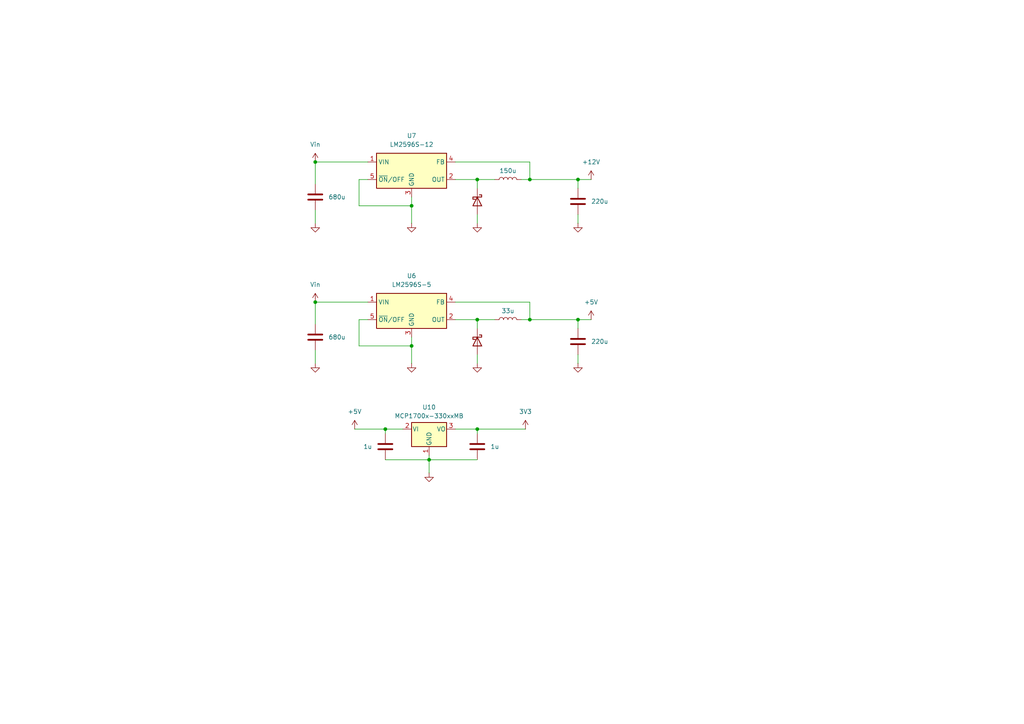
<source format=kicad_sch>
(kicad_sch
	(version 20250114)
	(generator "eeschema")
	(generator_version "9.0")
	(uuid "a95ea655-de4a-477a-ae5d-84d454920055")
	(paper "A4")
	(title_block
		(title "Universal use measuring PCB")
		(company "Author: Kacper Pawlak")
	)
	(lib_symbols
		(symbol "Device:C"
			(pin_numbers
				(hide yes)
			)
			(pin_names
				(offset 0.254)
			)
			(exclude_from_sim no)
			(in_bom yes)
			(on_board yes)
			(property "Reference" "C"
				(at 0.635 2.54 0)
				(effects
					(font
						(size 1.27 1.27)
					)
					(justify left)
				)
			)
			(property "Value" "C"
				(at 0.635 -2.54 0)
				(effects
					(font
						(size 1.27 1.27)
					)
					(justify left)
				)
			)
			(property "Footprint" ""
				(at 0.9652 -3.81 0)
				(effects
					(font
						(size 1.27 1.27)
					)
					(hide yes)
				)
			)
			(property "Datasheet" "~"
				(at 0 0 0)
				(effects
					(font
						(size 1.27 1.27)
					)
					(hide yes)
				)
			)
			(property "Description" "Unpolarized capacitor"
				(at 0 0 0)
				(effects
					(font
						(size 1.27 1.27)
					)
					(hide yes)
				)
			)
			(property "ki_keywords" "cap capacitor"
				(at 0 0 0)
				(effects
					(font
						(size 1.27 1.27)
					)
					(hide yes)
				)
			)
			(property "ki_fp_filters" "C_*"
				(at 0 0 0)
				(effects
					(font
						(size 1.27 1.27)
					)
					(hide yes)
				)
			)
			(symbol "C_0_1"
				(polyline
					(pts
						(xy -2.032 0.762) (xy 2.032 0.762)
					)
					(stroke
						(width 0.508)
						(type default)
					)
					(fill
						(type none)
					)
				)
				(polyline
					(pts
						(xy -2.032 -0.762) (xy 2.032 -0.762)
					)
					(stroke
						(width 0.508)
						(type default)
					)
					(fill
						(type none)
					)
				)
			)
			(symbol "C_1_1"
				(pin passive line
					(at 0 3.81 270)
					(length 2.794)
					(name "~"
						(effects
							(font
								(size 1.27 1.27)
							)
						)
					)
					(number "1"
						(effects
							(font
								(size 1.27 1.27)
							)
						)
					)
				)
				(pin passive line
					(at 0 -3.81 90)
					(length 2.794)
					(name "~"
						(effects
							(font
								(size 1.27 1.27)
							)
						)
					)
					(number "2"
						(effects
							(font
								(size 1.27 1.27)
							)
						)
					)
				)
			)
			(embedded_fonts no)
		)
		(symbol "Device:D_Schottky"
			(pin_numbers
				(hide yes)
			)
			(pin_names
				(offset 1.016)
				(hide yes)
			)
			(exclude_from_sim no)
			(in_bom yes)
			(on_board yes)
			(property "Reference" "D"
				(at 0 2.54 0)
				(effects
					(font
						(size 1.27 1.27)
					)
				)
			)
			(property "Value" "D_Schottky"
				(at 0 -2.54 0)
				(effects
					(font
						(size 1.27 1.27)
					)
				)
			)
			(property "Footprint" ""
				(at 0 0 0)
				(effects
					(font
						(size 1.27 1.27)
					)
					(hide yes)
				)
			)
			(property "Datasheet" "~"
				(at 0 0 0)
				(effects
					(font
						(size 1.27 1.27)
					)
					(hide yes)
				)
			)
			(property "Description" "Schottky diode"
				(at 0 0 0)
				(effects
					(font
						(size 1.27 1.27)
					)
					(hide yes)
				)
			)
			(property "ki_keywords" "diode Schottky"
				(at 0 0 0)
				(effects
					(font
						(size 1.27 1.27)
					)
					(hide yes)
				)
			)
			(property "ki_fp_filters" "TO-???* *_Diode_* *SingleDiode* D_*"
				(at 0 0 0)
				(effects
					(font
						(size 1.27 1.27)
					)
					(hide yes)
				)
			)
			(symbol "D_Schottky_0_1"
				(polyline
					(pts
						(xy -1.905 0.635) (xy -1.905 1.27) (xy -1.27 1.27) (xy -1.27 -1.27) (xy -0.635 -1.27) (xy -0.635 -0.635)
					)
					(stroke
						(width 0.254)
						(type default)
					)
					(fill
						(type none)
					)
				)
				(polyline
					(pts
						(xy 1.27 1.27) (xy 1.27 -1.27) (xy -1.27 0) (xy 1.27 1.27)
					)
					(stroke
						(width 0.254)
						(type default)
					)
					(fill
						(type none)
					)
				)
				(polyline
					(pts
						(xy 1.27 0) (xy -1.27 0)
					)
					(stroke
						(width 0)
						(type default)
					)
					(fill
						(type none)
					)
				)
			)
			(symbol "D_Schottky_1_1"
				(pin passive line
					(at -3.81 0 0)
					(length 2.54)
					(name "K"
						(effects
							(font
								(size 1.27 1.27)
							)
						)
					)
					(number "1"
						(effects
							(font
								(size 1.27 1.27)
							)
						)
					)
				)
				(pin passive line
					(at 3.81 0 180)
					(length 2.54)
					(name "A"
						(effects
							(font
								(size 1.27 1.27)
							)
						)
					)
					(number "2"
						(effects
							(font
								(size 1.27 1.27)
							)
						)
					)
				)
			)
			(embedded_fonts no)
		)
		(symbol "Device:L"
			(pin_numbers
				(hide yes)
			)
			(pin_names
				(offset 1.016)
				(hide yes)
			)
			(exclude_from_sim no)
			(in_bom yes)
			(on_board yes)
			(property "Reference" "L"
				(at -1.27 0 90)
				(effects
					(font
						(size 1.27 1.27)
					)
				)
			)
			(property "Value" "L"
				(at 1.905 0 90)
				(effects
					(font
						(size 1.27 1.27)
					)
				)
			)
			(property "Footprint" ""
				(at 0 0 0)
				(effects
					(font
						(size 1.27 1.27)
					)
					(hide yes)
				)
			)
			(property "Datasheet" "~"
				(at 0 0 0)
				(effects
					(font
						(size 1.27 1.27)
					)
					(hide yes)
				)
			)
			(property "Description" "Inductor"
				(at 0 0 0)
				(effects
					(font
						(size 1.27 1.27)
					)
					(hide yes)
				)
			)
			(property "ki_keywords" "inductor choke coil reactor magnetic"
				(at 0 0 0)
				(effects
					(font
						(size 1.27 1.27)
					)
					(hide yes)
				)
			)
			(property "ki_fp_filters" "Choke_* *Coil* Inductor_* L_*"
				(at 0 0 0)
				(effects
					(font
						(size 1.27 1.27)
					)
					(hide yes)
				)
			)
			(symbol "L_0_1"
				(arc
					(start 0 2.54)
					(mid 0.6323 1.905)
					(end 0 1.27)
					(stroke
						(width 0)
						(type default)
					)
					(fill
						(type none)
					)
				)
				(arc
					(start 0 1.27)
					(mid 0.6323 0.635)
					(end 0 0)
					(stroke
						(width 0)
						(type default)
					)
					(fill
						(type none)
					)
				)
				(arc
					(start 0 0)
					(mid 0.6323 -0.635)
					(end 0 -1.27)
					(stroke
						(width 0)
						(type default)
					)
					(fill
						(type none)
					)
				)
				(arc
					(start 0 -1.27)
					(mid 0.6323 -1.905)
					(end 0 -2.54)
					(stroke
						(width 0)
						(type default)
					)
					(fill
						(type none)
					)
				)
			)
			(symbol "L_1_1"
				(pin passive line
					(at 0 3.81 270)
					(length 1.27)
					(name "1"
						(effects
							(font
								(size 1.27 1.27)
							)
						)
					)
					(number "1"
						(effects
							(font
								(size 1.27 1.27)
							)
						)
					)
				)
				(pin passive line
					(at 0 -3.81 90)
					(length 1.27)
					(name "2"
						(effects
							(font
								(size 1.27 1.27)
							)
						)
					)
					(number "2"
						(effects
							(font
								(size 1.27 1.27)
							)
						)
					)
				)
			)
			(embedded_fonts no)
		)
		(symbol "Regulator_Linear:MCP1700x-330xxMB"
			(pin_names
				(offset 0.254)
			)
			(exclude_from_sim no)
			(in_bom yes)
			(on_board yes)
			(property "Reference" "U"
				(at -3.81 3.175 0)
				(effects
					(font
						(size 1.27 1.27)
					)
				)
			)
			(property "Value" "MCP1700x-330xxMB"
				(at 0 3.175 0)
				(effects
					(font
						(size 1.27 1.27)
					)
					(justify left)
				)
			)
			(property "Footprint" "Package_TO_SOT_SMD:SOT-89-3"
				(at 0 5.08 0)
				(effects
					(font
						(size 1.27 1.27)
					)
					(hide yes)
				)
			)
			(property "Datasheet" "http://ww1.microchip.com/downloads/en/DeviceDoc/20001826D.pdf"
				(at 0 -1.27 0)
				(effects
					(font
						(size 1.27 1.27)
					)
					(hide yes)
				)
			)
			(property "Description" "250mA Low Quiscent Current LDO, 3.3V output, SOT-89"
				(at 0 0 0)
				(effects
					(font
						(size 1.27 1.27)
					)
					(hide yes)
				)
			)
			(property "ki_keywords" "regulator linear ldo"
				(at 0 0 0)
				(effects
					(font
						(size 1.27 1.27)
					)
					(hide yes)
				)
			)
			(property "ki_fp_filters" "SOT?89*"
				(at 0 0 0)
				(effects
					(font
						(size 1.27 1.27)
					)
					(hide yes)
				)
			)
			(symbol "MCP1700x-330xxMB_0_1"
				(rectangle
					(start -5.08 -5.08)
					(end 5.08 1.905)
					(stroke
						(width 0.254)
						(type default)
					)
					(fill
						(type background)
					)
				)
			)
			(symbol "MCP1700x-330xxMB_1_1"
				(pin power_in line
					(at -7.62 0 0)
					(length 2.54)
					(name "VI"
						(effects
							(font
								(size 1.27 1.27)
							)
						)
					)
					(number "2"
						(effects
							(font
								(size 1.27 1.27)
							)
						)
					)
				)
				(pin power_in line
					(at 0 -7.62 90)
					(length 2.54)
					(name "GND"
						(effects
							(font
								(size 1.27 1.27)
							)
						)
					)
					(number "1"
						(effects
							(font
								(size 1.27 1.27)
							)
						)
					)
				)
				(pin power_out line
					(at 7.62 0 180)
					(length 2.54)
					(name "VO"
						(effects
							(font
								(size 1.27 1.27)
							)
						)
					)
					(number "3"
						(effects
							(font
								(size 1.27 1.27)
							)
						)
					)
				)
			)
			(embedded_fonts no)
		)
		(symbol "Regulator_Switching:LM2596S-12"
			(exclude_from_sim no)
			(in_bom yes)
			(on_board yes)
			(property "Reference" "U"
				(at -10.16 6.35 0)
				(effects
					(font
						(size 1.27 1.27)
					)
					(justify left)
				)
			)
			(property "Value" "LM2596S-12"
				(at 0 6.35 0)
				(effects
					(font
						(size 1.27 1.27)
					)
					(justify left)
				)
			)
			(property "Footprint" "Package_TO_SOT_SMD:TO-263-5_TabPin3"
				(at 1.27 -6.35 0)
				(effects
					(font
						(size 1.27 1.27)
						(italic yes)
					)
					(justify left)
					(hide yes)
				)
			)
			(property "Datasheet" "http://www.ti.com/lit/ds/symlink/lm2596.pdf"
				(at 0 0 0)
				(effects
					(font
						(size 1.27 1.27)
					)
					(hide yes)
				)
			)
			(property "Description" "12V 3A Step-Down Voltage Regulator, TO-263"
				(at 0 0 0)
				(effects
					(font
						(size 1.27 1.27)
					)
					(hide yes)
				)
			)
			(property "ki_keywords" "Step-Down Voltage Regulator 12V 3A"
				(at 0 0 0)
				(effects
					(font
						(size 1.27 1.27)
					)
					(hide yes)
				)
			)
			(property "ki_fp_filters" "TO?263*"
				(at 0 0 0)
				(effects
					(font
						(size 1.27 1.27)
					)
					(hide yes)
				)
			)
			(symbol "LM2596S-12_0_1"
				(rectangle
					(start -10.16 5.08)
					(end 10.16 -5.08)
					(stroke
						(width 0.254)
						(type default)
					)
					(fill
						(type background)
					)
				)
			)
			(symbol "LM2596S-12_1_1"
				(pin power_in line
					(at -12.7 2.54 0)
					(length 2.54)
					(name "VIN"
						(effects
							(font
								(size 1.27 1.27)
							)
						)
					)
					(number "1"
						(effects
							(font
								(size 1.27 1.27)
							)
						)
					)
				)
				(pin input line
					(at -12.7 -2.54 0)
					(length 2.54)
					(name "~{ON}/OFF"
						(effects
							(font
								(size 1.27 1.27)
							)
						)
					)
					(number "5"
						(effects
							(font
								(size 1.27 1.27)
							)
						)
					)
				)
				(pin power_in line
					(at 0 -7.62 90)
					(length 2.54)
					(name "GND"
						(effects
							(font
								(size 1.27 1.27)
							)
						)
					)
					(number "3"
						(effects
							(font
								(size 1.27 1.27)
							)
						)
					)
				)
				(pin input line
					(at 12.7 2.54 180)
					(length 2.54)
					(name "FB"
						(effects
							(font
								(size 1.27 1.27)
							)
						)
					)
					(number "4"
						(effects
							(font
								(size 1.27 1.27)
							)
						)
					)
				)
				(pin output line
					(at 12.7 -2.54 180)
					(length 2.54)
					(name "OUT"
						(effects
							(font
								(size 1.27 1.27)
							)
						)
					)
					(number "2"
						(effects
							(font
								(size 1.27 1.27)
							)
						)
					)
				)
			)
			(embedded_fonts no)
		)
		(symbol "Regulator_Switching:LM2596S-5"
			(exclude_from_sim no)
			(in_bom yes)
			(on_board yes)
			(property "Reference" "U"
				(at -10.16 6.35 0)
				(effects
					(font
						(size 1.27 1.27)
					)
					(justify left)
				)
			)
			(property "Value" "LM2596S-5"
				(at 0 6.35 0)
				(effects
					(font
						(size 1.27 1.27)
					)
					(justify left)
				)
			)
			(property "Footprint" "Package_TO_SOT_SMD:TO-263-5_TabPin3"
				(at 1.27 -6.35 0)
				(effects
					(font
						(size 1.27 1.27)
						(italic yes)
					)
					(justify left)
					(hide yes)
				)
			)
			(property "Datasheet" "http://www.ti.com/lit/ds/symlink/lm2596.pdf"
				(at 0 0 0)
				(effects
					(font
						(size 1.27 1.27)
					)
					(hide yes)
				)
			)
			(property "Description" "5V 3A Step-Down Voltage Regulator, TO-263"
				(at 0 0 0)
				(effects
					(font
						(size 1.27 1.27)
					)
					(hide yes)
				)
			)
			(property "ki_keywords" "Step-Down Voltage Regulator 5V 3A"
				(at 0 0 0)
				(effects
					(font
						(size 1.27 1.27)
					)
					(hide yes)
				)
			)
			(property "ki_fp_filters" "TO?263*"
				(at 0 0 0)
				(effects
					(font
						(size 1.27 1.27)
					)
					(hide yes)
				)
			)
			(symbol "LM2596S-5_0_1"
				(rectangle
					(start -10.16 5.08)
					(end 10.16 -5.08)
					(stroke
						(width 0.254)
						(type default)
					)
					(fill
						(type background)
					)
				)
			)
			(symbol "LM2596S-5_1_1"
				(pin power_in line
					(at -12.7 2.54 0)
					(length 2.54)
					(name "VIN"
						(effects
							(font
								(size 1.27 1.27)
							)
						)
					)
					(number "1"
						(effects
							(font
								(size 1.27 1.27)
							)
						)
					)
				)
				(pin input line
					(at -12.7 -2.54 0)
					(length 2.54)
					(name "~{ON}/OFF"
						(effects
							(font
								(size 1.27 1.27)
							)
						)
					)
					(number "5"
						(effects
							(font
								(size 1.27 1.27)
							)
						)
					)
				)
				(pin power_in line
					(at 0 -7.62 90)
					(length 2.54)
					(name "GND"
						(effects
							(font
								(size 1.27 1.27)
							)
						)
					)
					(number "3"
						(effects
							(font
								(size 1.27 1.27)
							)
						)
					)
				)
				(pin input line
					(at 12.7 2.54 180)
					(length 2.54)
					(name "FB"
						(effects
							(font
								(size 1.27 1.27)
							)
						)
					)
					(number "4"
						(effects
							(font
								(size 1.27 1.27)
							)
						)
					)
				)
				(pin output line
					(at 12.7 -2.54 180)
					(length 2.54)
					(name "OUT"
						(effects
							(font
								(size 1.27 1.27)
							)
						)
					)
					(number "2"
						(effects
							(font
								(size 1.27 1.27)
							)
						)
					)
				)
			)
			(embedded_fonts no)
		)
		(symbol "power:+5V"
			(power)
			(pin_numbers
				(hide yes)
			)
			(pin_names
				(offset 0)
				(hide yes)
			)
			(exclude_from_sim no)
			(in_bom yes)
			(on_board yes)
			(property "Reference" "#PWR"
				(at 0 -3.81 0)
				(effects
					(font
						(size 1.27 1.27)
					)
					(hide yes)
				)
			)
			(property "Value" "+5V"
				(at 0 3.556 0)
				(effects
					(font
						(size 1.27 1.27)
					)
				)
			)
			(property "Footprint" ""
				(at 0 0 0)
				(effects
					(font
						(size 1.27 1.27)
					)
					(hide yes)
				)
			)
			(property "Datasheet" ""
				(at 0 0 0)
				(effects
					(font
						(size 1.27 1.27)
					)
					(hide yes)
				)
			)
			(property "Description" "Power symbol creates a global label with name \"+5V\""
				(at 0 0 0)
				(effects
					(font
						(size 1.27 1.27)
					)
					(hide yes)
				)
			)
			(property "ki_keywords" "global power"
				(at 0 0 0)
				(effects
					(font
						(size 1.27 1.27)
					)
					(hide yes)
				)
			)
			(symbol "+5V_0_1"
				(polyline
					(pts
						(xy -0.762 1.27) (xy 0 2.54)
					)
					(stroke
						(width 0)
						(type default)
					)
					(fill
						(type none)
					)
				)
				(polyline
					(pts
						(xy 0 2.54) (xy 0.762 1.27)
					)
					(stroke
						(width 0)
						(type default)
					)
					(fill
						(type none)
					)
				)
				(polyline
					(pts
						(xy 0 0) (xy 0 2.54)
					)
					(stroke
						(width 0)
						(type default)
					)
					(fill
						(type none)
					)
				)
			)
			(symbol "+5V_1_1"
				(pin power_in line
					(at 0 0 90)
					(length 0)
					(name "~"
						(effects
							(font
								(size 1.27 1.27)
							)
						)
					)
					(number "1"
						(effects
							(font
								(size 1.27 1.27)
							)
						)
					)
				)
			)
			(embedded_fonts no)
		)
		(symbol "power:GND"
			(power)
			(pin_numbers
				(hide yes)
			)
			(pin_names
				(offset 0)
				(hide yes)
			)
			(exclude_from_sim no)
			(in_bom yes)
			(on_board yes)
			(property "Reference" "#PWR"
				(at 0 -6.35 0)
				(effects
					(font
						(size 1.27 1.27)
					)
					(hide yes)
				)
			)
			(property "Value" "GND"
				(at 0 -3.81 0)
				(effects
					(font
						(size 1.27 1.27)
					)
				)
			)
			(property "Footprint" ""
				(at 0 0 0)
				(effects
					(font
						(size 1.27 1.27)
					)
					(hide yes)
				)
			)
			(property "Datasheet" ""
				(at 0 0 0)
				(effects
					(font
						(size 1.27 1.27)
					)
					(hide yes)
				)
			)
			(property "Description" "Power symbol creates a global label with name \"GND\" , ground"
				(at 0 0 0)
				(effects
					(font
						(size 1.27 1.27)
					)
					(hide yes)
				)
			)
			(property "ki_keywords" "global power"
				(at 0 0 0)
				(effects
					(font
						(size 1.27 1.27)
					)
					(hide yes)
				)
			)
			(symbol "GND_0_1"
				(polyline
					(pts
						(xy 0 0) (xy 0 -1.27) (xy 1.27 -1.27) (xy 0 -2.54) (xy -1.27 -1.27) (xy 0 -1.27)
					)
					(stroke
						(width 0)
						(type default)
					)
					(fill
						(type none)
					)
				)
			)
			(symbol "GND_1_1"
				(pin power_in line
					(at 0 0 270)
					(length 0)
					(name "~"
						(effects
							(font
								(size 1.27 1.27)
							)
						)
					)
					(number "1"
						(effects
							(font
								(size 1.27 1.27)
							)
						)
					)
				)
			)
			(embedded_fonts no)
		)
	)
	(junction
		(at 153.67 92.71)
		(diameter 0)
		(color 0 0 0 0)
		(uuid "217ad685-f39e-4b89-9565-d51ecc7cc871")
	)
	(junction
		(at 119.38 59.69)
		(diameter 0)
		(color 0 0 0 0)
		(uuid "33d34eea-0924-4c96-b1f3-ddd4ae1afa32")
	)
	(junction
		(at 167.64 92.71)
		(diameter 0)
		(color 0 0 0 0)
		(uuid "353c7262-7ef3-4a21-b030-8246eb6930ec")
	)
	(junction
		(at 91.44 46.99)
		(diameter 0)
		(color 0 0 0 0)
		(uuid "4487a14b-164f-47b0-a6a0-d27165a4575d")
	)
	(junction
		(at 138.43 92.71)
		(diameter 0)
		(color 0 0 0 0)
		(uuid "49387497-6884-4f29-81db-64cde8b8d896")
	)
	(junction
		(at 167.64 52.07)
		(diameter 0)
		(color 0 0 0 0)
		(uuid "6a11cd0e-3628-498f-95b4-66d8115e796a")
	)
	(junction
		(at 138.43 124.46)
		(diameter 0)
		(color 0 0 0 0)
		(uuid "6a60e56c-f691-435c-a0b7-d594594ff161")
	)
	(junction
		(at 91.44 87.63)
		(diameter 0)
		(color 0 0 0 0)
		(uuid "78976d86-2546-4066-b9ae-61a23e1e3a6c")
	)
	(junction
		(at 119.38 100.33)
		(diameter 0)
		(color 0 0 0 0)
		(uuid "7c334713-72d4-4290-89c4-c8c796b3f5c4")
	)
	(junction
		(at 111.76 124.46)
		(diameter 0)
		(color 0 0 0 0)
		(uuid "b299f61e-4815-4e2a-b292-cbeeff96c06e")
	)
	(junction
		(at 138.43 52.07)
		(diameter 0)
		(color 0 0 0 0)
		(uuid "be79a12c-c6ae-43b9-9395-fccd22ea7419")
	)
	(junction
		(at 124.46 133.35)
		(diameter 0)
		(color 0 0 0 0)
		(uuid "e07886f7-3054-4e9e-8819-26e270a76596")
	)
	(junction
		(at 153.67 52.07)
		(diameter 0)
		(color 0 0 0 0)
		(uuid "e3c57dff-ea0e-4fed-bff4-e79be51c7191")
	)
	(wire
		(pts
			(xy 167.64 52.07) (xy 167.64 54.61)
		)
		(stroke
			(width 0)
			(type default)
		)
		(uuid "0049d900-b04f-4686-ae94-5656775c51e0")
	)
	(wire
		(pts
			(xy 153.67 52.07) (xy 167.64 52.07)
		)
		(stroke
			(width 0)
			(type default)
		)
		(uuid "050a4b35-7d95-4aa9-9e1a-a0cbacd34275")
	)
	(wire
		(pts
			(xy 138.43 62.23) (xy 138.43 64.77)
		)
		(stroke
			(width 0)
			(type default)
		)
		(uuid "0857d152-a06f-4266-b75b-32c6ed6d13fb")
	)
	(wire
		(pts
			(xy 153.67 87.63) (xy 153.67 92.71)
		)
		(stroke
			(width 0)
			(type default)
		)
		(uuid "11f495b8-5a32-4f82-8b2f-a5e39aa556e8")
	)
	(wire
		(pts
			(xy 124.46 133.35) (xy 124.46 137.16)
		)
		(stroke
			(width 0)
			(type default)
		)
		(uuid "13214119-cbd7-4920-8e81-fc95fe75f2c6")
	)
	(wire
		(pts
			(xy 167.64 92.71) (xy 167.64 95.25)
		)
		(stroke
			(width 0)
			(type default)
		)
		(uuid "132e54c4-f731-4a2e-84cf-ce0064639855")
	)
	(wire
		(pts
			(xy 138.43 124.46) (xy 138.43 125.73)
		)
		(stroke
			(width 0)
			(type default)
		)
		(uuid "18c9f410-07f7-42d4-a012-61d9fcbfafbd")
	)
	(wire
		(pts
			(xy 132.08 124.46) (xy 138.43 124.46)
		)
		(stroke
			(width 0)
			(type default)
		)
		(uuid "19465bd6-2d68-4bfc-80af-28cffa89547c")
	)
	(wire
		(pts
			(xy 106.68 87.63) (xy 91.44 87.63)
		)
		(stroke
			(width 0)
			(type default)
		)
		(uuid "19a9509c-9922-4d47-a9ec-a521cd853c37")
	)
	(wire
		(pts
			(xy 132.08 52.07) (xy 138.43 52.07)
		)
		(stroke
			(width 0)
			(type default)
		)
		(uuid "1bbda5d8-7711-4e5e-ba3e-ba2a0ad15367")
	)
	(wire
		(pts
			(xy 106.68 46.99) (xy 91.44 46.99)
		)
		(stroke
			(width 0)
			(type default)
		)
		(uuid "204f8655-179b-46ce-94ad-961c4b8afc78")
	)
	(wire
		(pts
			(xy 138.43 52.07) (xy 143.51 52.07)
		)
		(stroke
			(width 0)
			(type default)
		)
		(uuid "2630ba07-d441-48fd-98d9-f731ada1ae68")
	)
	(wire
		(pts
			(xy 167.64 102.87) (xy 167.64 105.41)
		)
		(stroke
			(width 0)
			(type default)
		)
		(uuid "301bb5f1-d0db-4245-8363-4d97fa8609f8")
	)
	(wire
		(pts
			(xy 111.76 125.73) (xy 111.76 124.46)
		)
		(stroke
			(width 0)
			(type default)
		)
		(uuid "3703e4e7-536e-4c0b-8867-5f46af2d7e5c")
	)
	(wire
		(pts
			(xy 91.44 101.6) (xy 91.44 105.41)
		)
		(stroke
			(width 0)
			(type default)
		)
		(uuid "3e01f197-f47a-4236-9b79-523a5bc92d0f")
	)
	(wire
		(pts
			(xy 138.43 92.71) (xy 138.43 95.25)
		)
		(stroke
			(width 0)
			(type default)
		)
		(uuid "3fecf608-6b98-494c-a916-4bddbd670f78")
	)
	(wire
		(pts
			(xy 119.38 100.33) (xy 119.38 105.41)
		)
		(stroke
			(width 0)
			(type default)
		)
		(uuid "46da40af-c0ef-4e62-86dd-12a622e06744")
	)
	(wire
		(pts
			(xy 167.64 52.07) (xy 171.45 52.07)
		)
		(stroke
			(width 0)
			(type default)
		)
		(uuid "5450f626-5f9b-40c6-a604-a4edf699af80")
	)
	(wire
		(pts
			(xy 132.08 87.63) (xy 153.67 87.63)
		)
		(stroke
			(width 0)
			(type default)
		)
		(uuid "549bdd06-de73-4b4e-a6eb-ffdae5d77ba0")
	)
	(wire
		(pts
			(xy 138.43 52.07) (xy 138.43 54.61)
		)
		(stroke
			(width 0)
			(type default)
		)
		(uuid "563224cd-3f4a-4bd8-983e-7201443d6944")
	)
	(wire
		(pts
			(xy 119.38 97.79) (xy 119.38 100.33)
		)
		(stroke
			(width 0)
			(type default)
		)
		(uuid "5a6d4889-671e-4172-aa23-23c0d0b1203c")
	)
	(wire
		(pts
			(xy 138.43 124.46) (xy 152.4 124.46)
		)
		(stroke
			(width 0)
			(type default)
		)
		(uuid "666e01af-0628-43e4-9963-98400774af2d")
	)
	(wire
		(pts
			(xy 119.38 59.69) (xy 119.38 64.77)
		)
		(stroke
			(width 0)
			(type default)
		)
		(uuid "6ecdcb81-0767-4511-b9fc-878b56c7bc16")
	)
	(wire
		(pts
			(xy 153.67 92.71) (xy 167.64 92.71)
		)
		(stroke
			(width 0)
			(type default)
		)
		(uuid "73951c51-d8bd-4c50-8e28-d57fb6ecb418")
	)
	(wire
		(pts
			(xy 104.14 100.33) (xy 119.38 100.33)
		)
		(stroke
			(width 0)
			(type default)
		)
		(uuid "7b71d9b1-652b-43a8-892b-13ff050a1442")
	)
	(wire
		(pts
			(xy 167.64 62.23) (xy 167.64 64.77)
		)
		(stroke
			(width 0)
			(type default)
		)
		(uuid "7f58f33d-c332-4cbb-9eb3-9cd440430201")
	)
	(wire
		(pts
			(xy 91.44 60.96) (xy 91.44 64.77)
		)
		(stroke
			(width 0)
			(type default)
		)
		(uuid "8d406442-f1ef-4c18-9d39-43137e46e5c5")
	)
	(wire
		(pts
			(xy 104.14 52.07) (xy 104.14 59.69)
		)
		(stroke
			(width 0)
			(type default)
		)
		(uuid "906d9f97-848c-4004-83da-896099e710f0")
	)
	(wire
		(pts
			(xy 153.67 46.99) (xy 153.67 52.07)
		)
		(stroke
			(width 0)
			(type default)
		)
		(uuid "933c6567-d3c0-46a6-88ec-7bfbbe69b083")
	)
	(wire
		(pts
			(xy 153.67 52.07) (xy 151.13 52.07)
		)
		(stroke
			(width 0)
			(type default)
		)
		(uuid "9d0ba88c-9f32-44a2-971c-9e44ec200baf")
	)
	(wire
		(pts
			(xy 132.08 46.99) (xy 153.67 46.99)
		)
		(stroke
			(width 0)
			(type default)
		)
		(uuid "9eb664de-c604-43d2-af30-9b01427cef3b")
	)
	(wire
		(pts
			(xy 119.38 57.15) (xy 119.38 59.69)
		)
		(stroke
			(width 0)
			(type default)
		)
		(uuid "a099acb2-800f-4e1a-a8de-4c34b3dff9dd")
	)
	(wire
		(pts
			(xy 124.46 132.08) (xy 124.46 133.35)
		)
		(stroke
			(width 0)
			(type default)
		)
		(uuid "a2d9e175-eb2a-410c-9f12-36077f26da99")
	)
	(wire
		(pts
			(xy 106.68 52.07) (xy 104.14 52.07)
		)
		(stroke
			(width 0)
			(type default)
		)
		(uuid "a39826b3-f31d-4c2d-9c1c-870b378324b4")
	)
	(wire
		(pts
			(xy 132.08 92.71) (xy 138.43 92.71)
		)
		(stroke
			(width 0)
			(type default)
		)
		(uuid "aa666151-be1f-443c-951d-fa69f0c35c6f")
	)
	(wire
		(pts
			(xy 138.43 92.71) (xy 143.51 92.71)
		)
		(stroke
			(width 0)
			(type default)
		)
		(uuid "acc9d641-e36b-450d-a65b-f4f2a7ae978d")
	)
	(wire
		(pts
			(xy 102.87 124.46) (xy 111.76 124.46)
		)
		(stroke
			(width 0)
			(type default)
		)
		(uuid "b58545ef-f23b-4fdb-bb80-24ce04e0dadf")
	)
	(wire
		(pts
			(xy 91.44 87.63) (xy 91.44 93.98)
		)
		(stroke
			(width 0)
			(type default)
		)
		(uuid "b6cd8586-f5ff-42b6-8023-cd87e35b95cb")
	)
	(wire
		(pts
			(xy 111.76 124.46) (xy 116.84 124.46)
		)
		(stroke
			(width 0)
			(type default)
		)
		(uuid "bad5b2ac-86fa-4d57-8bf5-5ffb225a2d25")
	)
	(wire
		(pts
			(xy 138.43 102.87) (xy 138.43 105.41)
		)
		(stroke
			(width 0)
			(type default)
		)
		(uuid "bd3a64e5-7808-4395-9fed-871ea6e53506")
	)
	(wire
		(pts
			(xy 124.46 133.35) (xy 138.43 133.35)
		)
		(stroke
			(width 0)
			(type default)
		)
		(uuid "c74ee594-93bc-4a85-bac2-ef3bb5fb9ca3")
	)
	(wire
		(pts
			(xy 104.14 92.71) (xy 104.14 100.33)
		)
		(stroke
			(width 0)
			(type default)
		)
		(uuid "cb49af28-af6d-4d94-9f52-4a34ab25a549")
	)
	(wire
		(pts
			(xy 106.68 92.71) (xy 104.14 92.71)
		)
		(stroke
			(width 0)
			(type default)
		)
		(uuid "cf95ae0a-131b-44b7-b020-e721521a1be4")
	)
	(wire
		(pts
			(xy 153.67 92.71) (xy 151.13 92.71)
		)
		(stroke
			(width 0)
			(type default)
		)
		(uuid "d58f3e26-e8e8-4df2-babc-3260399d3714")
	)
	(wire
		(pts
			(xy 167.64 92.71) (xy 171.45 92.71)
		)
		(stroke
			(width 0)
			(type default)
		)
		(uuid "e8f38f6e-4a3e-4e69-b106-2d22032520cd")
	)
	(wire
		(pts
			(xy 91.44 46.99) (xy 91.44 53.34)
		)
		(stroke
			(width 0)
			(type default)
		)
		(uuid "eb6e269b-cf4c-486d-ab2d-b5aec107285a")
	)
	(wire
		(pts
			(xy 104.14 59.69) (xy 119.38 59.69)
		)
		(stroke
			(width 0)
			(type default)
		)
		(uuid "f16c55ec-feff-40e4-b3c1-06e8ceaf3e5d")
	)
	(wire
		(pts
			(xy 111.76 133.35) (xy 124.46 133.35)
		)
		(stroke
			(width 0)
			(type default)
		)
		(uuid "fd56efc5-3ed8-40f8-9992-21784e2154ee")
	)
	(symbol
		(lib_id "power:+5V")
		(at 152.4 124.46 0)
		(unit 1)
		(exclude_from_sim no)
		(in_bom yes)
		(on_board yes)
		(dnp no)
		(fields_autoplaced yes)
		(uuid "0275fe8e-6626-4bd9-8e7b-a5ff4c549377")
		(property "Reference" "#PWR079"
			(at 152.4 128.27 0)
			(effects
				(font
					(size 1.27 1.27)
				)
				(hide yes)
			)
		)
		(property "Value" "3V3"
			(at 152.4 119.38 0)
			(effects
				(font
					(size 1.27 1.27)
				)
			)
		)
		(property "Footprint" ""
			(at 152.4 124.46 0)
			(effects
				(font
					(size 1.27 1.27)
				)
				(hide yes)
			)
		)
		(property "Datasheet" ""
			(at 152.4 124.46 0)
			(effects
				(font
					(size 1.27 1.27)
				)
				(hide yes)
			)
		)
		(property "Description" "Power symbol creates a global label with name \"+5V\""
			(at 152.4 124.46 0)
			(effects
				(font
					(size 1.27 1.27)
				)
				(hide yes)
			)
		)
		(pin "1"
			(uuid "6d9dbf67-6697-42cc-8f58-2cbf8ce6c32d")
		)
		(instances
			(project "upp_simple"
				(path "/b652b05a-4e3d-4ad1-b032-18886abe7d45/d6d0b9a5-d6bd-4532-a3f2-84b92b0fd444"
					(reference "#PWR079")
					(unit 1)
				)
			)
		)
	)
	(symbol
		(lib_id "power:+5V")
		(at 91.44 87.63 0)
		(unit 1)
		(exclude_from_sim no)
		(in_bom yes)
		(on_board yes)
		(dnp no)
		(fields_autoplaced yes)
		(uuid "0f2d51b1-74c9-4e7a-8973-34ce4e0a4c58")
		(property "Reference" "#PWR077"
			(at 91.44 91.44 0)
			(effects
				(font
					(size 1.27 1.27)
				)
				(hide yes)
			)
		)
		(property "Value" "Vin"
			(at 91.44 82.55 0)
			(effects
				(font
					(size 1.27 1.27)
				)
			)
		)
		(property "Footprint" ""
			(at 91.44 87.63 0)
			(effects
				(font
					(size 1.27 1.27)
				)
				(hide yes)
			)
		)
		(property "Datasheet" ""
			(at 91.44 87.63 0)
			(effects
				(font
					(size 1.27 1.27)
				)
				(hide yes)
			)
		)
		(property "Description" "Power symbol creates a global label with name \"+5V\""
			(at 91.44 87.63 0)
			(effects
				(font
					(size 1.27 1.27)
				)
				(hide yes)
			)
		)
		(pin "1"
			(uuid "59b63ed7-0d8c-4ba5-92e3-6d0bf1ae3c6a")
		)
		(instances
			(project "upp_simple"
				(path "/b652b05a-4e3d-4ad1-b032-18886abe7d45/d6d0b9a5-d6bd-4532-a3f2-84b92b0fd444"
					(reference "#PWR077")
					(unit 1)
				)
			)
		)
	)
	(symbol
		(lib_id "Device:C")
		(at 138.43 129.54 0)
		(unit 1)
		(exclude_from_sim no)
		(in_bom yes)
		(on_board yes)
		(dnp no)
		(fields_autoplaced yes)
		(uuid "131d384f-98ab-4097-8a21-839ff95fc0c3")
		(property "Reference" "C7"
			(at 142.24 128.2699 0)
			(effects
				(font
					(size 1.27 1.27)
				)
				(justify left)
				(hide yes)
			)
		)
		(property "Value" "1u"
			(at 142.24 129.5399 0)
			(effects
				(font
					(size 1.27 1.27)
				)
				(justify left)
			)
		)
		(property "Footprint" ""
			(at 139.3952 133.35 0)
			(effects
				(font
					(size 1.27 1.27)
				)
				(hide yes)
			)
		)
		(property "Datasheet" "~"
			(at 138.43 129.54 0)
			(effects
				(font
					(size 1.27 1.27)
				)
				(hide yes)
			)
		)
		(property "Description" "Unpolarized capacitor"
			(at 138.43 129.54 0)
			(effects
				(font
					(size 1.27 1.27)
				)
				(hide yes)
			)
		)
		(pin "2"
			(uuid "9ec4a97d-7184-4674-a81e-911e1d80648f")
		)
		(pin "1"
			(uuid "3e5ee974-9c9c-4005-93d0-eaad875aa0ee")
		)
		(instances
			(project "upp_simple"
				(path "/b652b05a-4e3d-4ad1-b032-18886abe7d45/d6d0b9a5-d6bd-4532-a3f2-84b92b0fd444"
					(reference "C7")
					(unit 1)
				)
			)
		)
	)
	(symbol
		(lib_id "power:GND")
		(at 167.64 105.41 0)
		(unit 1)
		(exclude_from_sim no)
		(in_bom yes)
		(on_board yes)
		(dnp no)
		(fields_autoplaced yes)
		(uuid "1dd969c2-1351-410a-ad78-571f5dc76564")
		(property "Reference" "#PWR067"
			(at 167.64 111.76 0)
			(effects
				(font
					(size 1.27 1.27)
				)
				(hide yes)
			)
		)
		(property "Value" "GND"
			(at 167.64 110.49 0)
			(effects
				(font
					(size 1.27 1.27)
				)
				(hide yes)
			)
		)
		(property "Footprint" ""
			(at 167.64 105.41 0)
			(effects
				(font
					(size 1.27 1.27)
				)
				(hide yes)
			)
		)
		(property "Datasheet" ""
			(at 167.64 105.41 0)
			(effects
				(font
					(size 1.27 1.27)
				)
				(hide yes)
			)
		)
		(property "Description" "Power symbol creates a global label with name \"GND\" , ground"
			(at 167.64 105.41 0)
			(effects
				(font
					(size 1.27 1.27)
				)
				(hide yes)
			)
		)
		(pin "1"
			(uuid "51d9e69b-ac40-4afb-b620-2ce362457420")
		)
		(instances
			(project "upp_simple"
				(path "/b652b05a-4e3d-4ad1-b032-18886abe7d45/d6d0b9a5-d6bd-4532-a3f2-84b92b0fd444"
					(reference "#PWR067")
					(unit 1)
				)
			)
		)
	)
	(symbol
		(lib_id "Device:C")
		(at 91.44 97.79 0)
		(unit 1)
		(exclude_from_sim no)
		(in_bom yes)
		(on_board yes)
		(dnp no)
		(fields_autoplaced yes)
		(uuid "21f1e7fc-a45a-4728-80a3-698163c2a024")
		(property "Reference" "C4"
			(at 95.25 96.5199 0)
			(effects
				(font
					(size 1.27 1.27)
				)
				(justify left)
				(hide yes)
			)
		)
		(property "Value" "680u"
			(at 95.25 97.7899 0)
			(effects
				(font
					(size 1.27 1.27)
				)
				(justify left)
			)
		)
		(property "Footprint" ""
			(at 92.4052 101.6 0)
			(effects
				(font
					(size 1.27 1.27)
				)
				(hide yes)
			)
		)
		(property "Datasheet" "~"
			(at 91.44 97.79 0)
			(effects
				(font
					(size 1.27 1.27)
				)
				(hide yes)
			)
		)
		(property "Description" "Unpolarized capacitor"
			(at 91.44 97.79 0)
			(effects
				(font
					(size 1.27 1.27)
				)
				(hide yes)
			)
		)
		(pin "2"
			(uuid "d6d484c3-6b7b-452e-89ae-72062b713293")
		)
		(pin "1"
			(uuid "50646f4e-a495-429c-8acc-92cbf881aea3")
		)
		(instances
			(project "upp_simple"
				(path "/b652b05a-4e3d-4ad1-b032-18886abe7d45/d6d0b9a5-d6bd-4532-a3f2-84b92b0fd444"
					(reference "C4")
					(unit 1)
				)
			)
		)
	)
	(symbol
		(lib_id "power:+5V")
		(at 171.45 52.07 0)
		(unit 1)
		(exclude_from_sim no)
		(in_bom yes)
		(on_board yes)
		(dnp no)
		(fields_autoplaced yes)
		(uuid "25b66c36-197c-43f2-b3d3-a130395b8ed3")
		(property "Reference" "#PWR075"
			(at 171.45 55.88 0)
			(effects
				(font
					(size 1.27 1.27)
				)
				(hide yes)
			)
		)
		(property "Value" "+12V"
			(at 171.45 46.99 0)
			(effects
				(font
					(size 1.27 1.27)
				)
			)
		)
		(property "Footprint" ""
			(at 171.45 52.07 0)
			(effects
				(font
					(size 1.27 1.27)
				)
				(hide yes)
			)
		)
		(property "Datasheet" ""
			(at 171.45 52.07 0)
			(effects
				(font
					(size 1.27 1.27)
				)
				(hide yes)
			)
		)
		(property "Description" "Power symbol creates a global label with name \"+5V\""
			(at 171.45 52.07 0)
			(effects
				(font
					(size 1.27 1.27)
				)
				(hide yes)
			)
		)
		(pin "1"
			(uuid "cfaec1ec-b77b-4cf1-ac07-83d8688afc20")
		)
		(instances
			(project "upp_simple"
				(path "/b652b05a-4e3d-4ad1-b032-18886abe7d45/d6d0b9a5-d6bd-4532-a3f2-84b92b0fd444"
					(reference "#PWR075")
					(unit 1)
				)
			)
		)
	)
	(symbol
		(lib_id "power:GND")
		(at 91.44 64.77 0)
		(unit 1)
		(exclude_from_sim no)
		(in_bom yes)
		(on_board yes)
		(dnp no)
		(fields_autoplaced yes)
		(uuid "29411a48-60de-44ed-bc83-d183a959c9fb")
		(property "Reference" "#PWR071"
			(at 91.44 71.12 0)
			(effects
				(font
					(size 1.27 1.27)
				)
				(hide yes)
			)
		)
		(property "Value" "GND"
			(at 91.44 69.85 0)
			(effects
				(font
					(size 1.27 1.27)
				)
				(hide yes)
			)
		)
		(property "Footprint" ""
			(at 91.44 64.77 0)
			(effects
				(font
					(size 1.27 1.27)
				)
				(hide yes)
			)
		)
		(property "Datasheet" ""
			(at 91.44 64.77 0)
			(effects
				(font
					(size 1.27 1.27)
				)
				(hide yes)
			)
		)
		(property "Description" "Power symbol creates a global label with name \"GND\" , ground"
			(at 91.44 64.77 0)
			(effects
				(font
					(size 1.27 1.27)
				)
				(hide yes)
			)
		)
		(pin "1"
			(uuid "d9c0c598-9815-454e-91b9-3b3ae73759a6")
		)
		(instances
			(project "upp_simple"
				(path "/b652b05a-4e3d-4ad1-b032-18886abe7d45/d6d0b9a5-d6bd-4532-a3f2-84b92b0fd444"
					(reference "#PWR071")
					(unit 1)
				)
			)
		)
	)
	(symbol
		(lib_id "Regulator_Switching:LM2596S-12")
		(at 119.38 49.53 0)
		(unit 1)
		(exclude_from_sim no)
		(in_bom yes)
		(on_board yes)
		(dnp no)
		(fields_autoplaced yes)
		(uuid "30ff6b5f-6f45-4ff2-9ae8-ce75dccac02b")
		(property "Reference" "U7"
			(at 119.38 39.37 0)
			(effects
				(font
					(size 1.27 1.27)
				)
			)
		)
		(property "Value" "LM2596S-12"
			(at 119.38 41.91 0)
			(effects
				(font
					(size 1.27 1.27)
				)
			)
		)
		(property "Footprint" "Package_TO_SOT_SMD:TO-263-5_TabPin3"
			(at 120.65 55.88 0)
			(effects
				(font
					(size 1.27 1.27)
					(italic yes)
				)
				(justify left)
				(hide yes)
			)
		)
		(property "Datasheet" "http://www.ti.com/lit/ds/symlink/lm2596.pdf"
			(at 119.38 49.53 0)
			(effects
				(font
					(size 1.27 1.27)
				)
				(hide yes)
			)
		)
		(property "Description" "12V 3A Step-Down Voltage Regulator, TO-263"
			(at 119.38 49.53 0)
			(effects
				(font
					(size 1.27 1.27)
				)
				(hide yes)
			)
		)
		(pin "1"
			(uuid "decf0670-7759-40a1-9408-2f002800fe6b")
		)
		(pin "5"
			(uuid "9f5cff81-ea6a-4942-9271-89a055115766")
		)
		(pin "3"
			(uuid "0d75e44d-de35-4f78-9b48-e007e83e1f55")
		)
		(pin "4"
			(uuid "2a4c8876-3897-4407-9e26-73be4d478217")
		)
		(pin "2"
			(uuid "b3882a46-a927-44c8-bdbc-63f1f2ef89fb")
		)
		(instances
			(project "upp_simple"
				(path "/b652b05a-4e3d-4ad1-b032-18886abe7d45/d6d0b9a5-d6bd-4532-a3f2-84b92b0fd444"
					(reference "U7")
					(unit 1)
				)
			)
		)
	)
	(symbol
		(lib_id "power:+5V")
		(at 91.44 46.99 0)
		(unit 1)
		(exclude_from_sim no)
		(in_bom yes)
		(on_board yes)
		(dnp no)
		(fields_autoplaced yes)
		(uuid "43eade54-c836-4691-8b2e-0d4f8b91a43c")
		(property "Reference" "#PWR076"
			(at 91.44 50.8 0)
			(effects
				(font
					(size 1.27 1.27)
				)
				(hide yes)
			)
		)
		(property "Value" "Vin"
			(at 91.44 41.91 0)
			(effects
				(font
					(size 1.27 1.27)
				)
			)
		)
		(property "Footprint" ""
			(at 91.44 46.99 0)
			(effects
				(font
					(size 1.27 1.27)
				)
				(hide yes)
			)
		)
		(property "Datasheet" ""
			(at 91.44 46.99 0)
			(effects
				(font
					(size 1.27 1.27)
				)
				(hide yes)
			)
		)
		(property "Description" "Power symbol creates a global label with name \"+5V\""
			(at 91.44 46.99 0)
			(effects
				(font
					(size 1.27 1.27)
				)
				(hide yes)
			)
		)
		(pin "1"
			(uuid "55b2823a-18a3-4e8e-80a6-9e228194c440")
		)
		(instances
			(project "upp_simple"
				(path "/b652b05a-4e3d-4ad1-b032-18886abe7d45/d6d0b9a5-d6bd-4532-a3f2-84b92b0fd444"
					(reference "#PWR076")
					(unit 1)
				)
			)
		)
	)
	(symbol
		(lib_id "power:GND")
		(at 119.38 64.77 0)
		(unit 1)
		(exclude_from_sim no)
		(in_bom yes)
		(on_board yes)
		(dnp no)
		(fields_autoplaced yes)
		(uuid "4c9afb65-71ec-4eba-be7f-66c8c774811c")
		(property "Reference" "#PWR072"
			(at 119.38 71.12 0)
			(effects
				(font
					(size 1.27 1.27)
				)
				(hide yes)
			)
		)
		(property "Value" "GND"
			(at 119.38 69.85 0)
			(effects
				(font
					(size 1.27 1.27)
				)
				(hide yes)
			)
		)
		(property "Footprint" ""
			(at 119.38 64.77 0)
			(effects
				(font
					(size 1.27 1.27)
				)
				(hide yes)
			)
		)
		(property "Datasheet" ""
			(at 119.38 64.77 0)
			(effects
				(font
					(size 1.27 1.27)
				)
				(hide yes)
			)
		)
		(property "Description" "Power symbol creates a global label with name \"GND\" , ground"
			(at 119.38 64.77 0)
			(effects
				(font
					(size 1.27 1.27)
				)
				(hide yes)
			)
		)
		(pin "1"
			(uuid "8bbc3b29-97a9-4ae6-9782-162c4b8408f4")
		)
		(instances
			(project "upp_simple"
				(path "/b652b05a-4e3d-4ad1-b032-18886abe7d45/d6d0b9a5-d6bd-4532-a3f2-84b92b0fd444"
					(reference "#PWR072")
					(unit 1)
				)
			)
		)
	)
	(symbol
		(lib_id "power:GND")
		(at 91.44 105.41 0)
		(unit 1)
		(exclude_from_sim no)
		(in_bom yes)
		(on_board yes)
		(dnp no)
		(fields_autoplaced yes)
		(uuid "5076bbfe-e51a-4833-859b-ec78876266e9")
		(property "Reference" "#PWR070"
			(at 91.44 111.76 0)
			(effects
				(font
					(size 1.27 1.27)
				)
				(hide yes)
			)
		)
		(property "Value" "GND"
			(at 91.44 110.49 0)
			(effects
				(font
					(size 1.27 1.27)
				)
				(hide yes)
			)
		)
		(property "Footprint" ""
			(at 91.44 105.41 0)
			(effects
				(font
					(size 1.27 1.27)
				)
				(hide yes)
			)
		)
		(property "Datasheet" ""
			(at 91.44 105.41 0)
			(effects
				(font
					(size 1.27 1.27)
				)
				(hide yes)
			)
		)
		(property "Description" "Power symbol creates a global label with name \"GND\" , ground"
			(at 91.44 105.41 0)
			(effects
				(font
					(size 1.27 1.27)
				)
				(hide yes)
			)
		)
		(pin "1"
			(uuid "d117f68f-f6ee-4eb9-8c3a-939dceaf8975")
		)
		(instances
			(project "upp_simple"
				(path "/b652b05a-4e3d-4ad1-b032-18886abe7d45/d6d0b9a5-d6bd-4532-a3f2-84b92b0fd444"
					(reference "#PWR070")
					(unit 1)
				)
			)
		)
	)
	(symbol
		(lib_id "power:GND")
		(at 119.38 105.41 0)
		(unit 1)
		(exclude_from_sim no)
		(in_bom yes)
		(on_board yes)
		(dnp no)
		(fields_autoplaced yes)
		(uuid "58f173f5-a246-4814-9457-ec650ee117c9")
		(property "Reference" "#PWR069"
			(at 119.38 111.76 0)
			(effects
				(font
					(size 1.27 1.27)
				)
				(hide yes)
			)
		)
		(property "Value" "GND"
			(at 119.38 110.49 0)
			(effects
				(font
					(size 1.27 1.27)
				)
				(hide yes)
			)
		)
		(property "Footprint" ""
			(at 119.38 105.41 0)
			(effects
				(font
					(size 1.27 1.27)
				)
				(hide yes)
			)
		)
		(property "Datasheet" ""
			(at 119.38 105.41 0)
			(effects
				(font
					(size 1.27 1.27)
				)
				(hide yes)
			)
		)
		(property "Description" "Power symbol creates a global label with name \"GND\" , ground"
			(at 119.38 105.41 0)
			(effects
				(font
					(size 1.27 1.27)
				)
				(hide yes)
			)
		)
		(pin "1"
			(uuid "f0e63974-53d6-4dcc-83ee-69edad2c3e03")
		)
		(instances
			(project "upp_simple"
				(path "/b652b05a-4e3d-4ad1-b032-18886abe7d45/d6d0b9a5-d6bd-4532-a3f2-84b92b0fd444"
					(reference "#PWR069")
					(unit 1)
				)
			)
		)
	)
	(symbol
		(lib_id "Regulator_Switching:LM2596S-5")
		(at 119.38 90.17 0)
		(unit 1)
		(exclude_from_sim no)
		(in_bom yes)
		(on_board yes)
		(dnp no)
		(fields_autoplaced yes)
		(uuid "71095e89-4816-4b92-8937-0ecbb30db6bd")
		(property "Reference" "U6"
			(at 119.38 80.01 0)
			(effects
				(font
					(size 1.27 1.27)
				)
			)
		)
		(property "Value" "LM2596S-5"
			(at 119.38 82.55 0)
			(effects
				(font
					(size 1.27 1.27)
				)
			)
		)
		(property "Footprint" "Package_TO_SOT_SMD:TO-263-5_TabPin3"
			(at 120.65 96.52 0)
			(effects
				(font
					(size 1.27 1.27)
					(italic yes)
				)
				(justify left)
				(hide yes)
			)
		)
		(property "Datasheet" "http://www.ti.com/lit/ds/symlink/lm2596.pdf"
			(at 119.38 90.17 0)
			(effects
				(font
					(size 1.27 1.27)
				)
				(hide yes)
			)
		)
		(property "Description" "5V 3A Step-Down Voltage Regulator, TO-263"
			(at 119.38 90.17 0)
			(effects
				(font
					(size 1.27 1.27)
				)
				(hide yes)
			)
		)
		(pin "5"
			(uuid "47b1e370-4588-4023-a96e-747257939c81")
		)
		(pin "2"
			(uuid "be437f5d-e003-49a9-9fdc-d47bdcb9678c")
		)
		(pin "4"
			(uuid "7a6caf50-eb99-4179-87b2-f67520520b46")
		)
		(pin "1"
			(uuid "b1c052ec-1182-4864-a8aa-6c9c2759c300")
		)
		(pin "3"
			(uuid "96db186c-be30-4b77-ac05-4904dc9e8aef")
		)
		(instances
			(project "upp_simple"
				(path "/b652b05a-4e3d-4ad1-b032-18886abe7d45/d6d0b9a5-d6bd-4532-a3f2-84b92b0fd444"
					(reference "U6")
					(unit 1)
				)
			)
		)
	)
	(symbol
		(lib_id "power:+5V")
		(at 171.45 92.71 0)
		(unit 1)
		(exclude_from_sim no)
		(in_bom yes)
		(on_board yes)
		(dnp no)
		(fields_autoplaced yes)
		(uuid "762760b2-fff1-4d53-b106-e7b760b53a49")
		(property "Reference" "#PWR066"
			(at 171.45 96.52 0)
			(effects
				(font
					(size 1.27 1.27)
				)
				(hide yes)
			)
		)
		(property "Value" "+5V"
			(at 171.45 87.63 0)
			(effects
				(font
					(size 1.27 1.27)
				)
			)
		)
		(property "Footprint" ""
			(at 171.45 92.71 0)
			(effects
				(font
					(size 1.27 1.27)
				)
				(hide yes)
			)
		)
		(property "Datasheet" ""
			(at 171.45 92.71 0)
			(effects
				(font
					(size 1.27 1.27)
				)
				(hide yes)
			)
		)
		(property "Description" "Power symbol creates a global label with name \"+5V\""
			(at 171.45 92.71 0)
			(effects
				(font
					(size 1.27 1.27)
				)
				(hide yes)
			)
		)
		(pin "1"
			(uuid "0dfbe8dc-fe22-4ba2-b48d-8cab3c6601b1")
		)
		(instances
			(project "upp_simple"
				(path "/b652b05a-4e3d-4ad1-b032-18886abe7d45/d6d0b9a5-d6bd-4532-a3f2-84b92b0fd444"
					(reference "#PWR066")
					(unit 1)
				)
			)
		)
	)
	(symbol
		(lib_id "power:GND")
		(at 138.43 64.77 0)
		(unit 1)
		(exclude_from_sim no)
		(in_bom yes)
		(on_board yes)
		(dnp no)
		(fields_autoplaced yes)
		(uuid "82ea3262-9b09-4031-acb9-0bd864b3a221")
		(property "Reference" "#PWR073"
			(at 138.43 71.12 0)
			(effects
				(font
					(size 1.27 1.27)
				)
				(hide yes)
			)
		)
		(property "Value" "GND"
			(at 138.43 69.85 0)
			(effects
				(font
					(size 1.27 1.27)
				)
				(hide yes)
			)
		)
		(property "Footprint" ""
			(at 138.43 64.77 0)
			(effects
				(font
					(size 1.27 1.27)
				)
				(hide yes)
			)
		)
		(property "Datasheet" ""
			(at 138.43 64.77 0)
			(effects
				(font
					(size 1.27 1.27)
				)
				(hide yes)
			)
		)
		(property "Description" "Power symbol creates a global label with name \"GND\" , ground"
			(at 138.43 64.77 0)
			(effects
				(font
					(size 1.27 1.27)
				)
				(hide yes)
			)
		)
		(pin "1"
			(uuid "7428d08c-5080-4e8a-96a1-78b63300c669")
		)
		(instances
			(project "upp_simple"
				(path "/b652b05a-4e3d-4ad1-b032-18886abe7d45/d6d0b9a5-d6bd-4532-a3f2-84b92b0fd444"
					(reference "#PWR073")
					(unit 1)
				)
			)
		)
	)
	(symbol
		(lib_id "Device:C")
		(at 91.44 57.15 0)
		(unit 1)
		(exclude_from_sim no)
		(in_bom yes)
		(on_board yes)
		(dnp no)
		(fields_autoplaced yes)
		(uuid "994a3386-5d16-4f63-9230-f6df6360af81")
		(property "Reference" "C5"
			(at 95.25 55.8799 0)
			(effects
				(font
					(size 1.27 1.27)
				)
				(justify left)
				(hide yes)
			)
		)
		(property "Value" "680u"
			(at 95.25 57.1499 0)
			(effects
				(font
					(size 1.27 1.27)
				)
				(justify left)
			)
		)
		(property "Footprint" ""
			(at 92.4052 60.96 0)
			(effects
				(font
					(size 1.27 1.27)
				)
				(hide yes)
			)
		)
		(property "Datasheet" "~"
			(at 91.44 57.15 0)
			(effects
				(font
					(size 1.27 1.27)
				)
				(hide yes)
			)
		)
		(property "Description" "Unpolarized capacitor"
			(at 91.44 57.15 0)
			(effects
				(font
					(size 1.27 1.27)
				)
				(hide yes)
			)
		)
		(pin "2"
			(uuid "2e82d1f5-9139-4081-8fcd-cee9b5050e24")
		)
		(pin "1"
			(uuid "f882357e-c63b-45cf-a5da-cf64a594874d")
		)
		(instances
			(project "upp_simple"
				(path "/b652b05a-4e3d-4ad1-b032-18886abe7d45/d6d0b9a5-d6bd-4532-a3f2-84b92b0fd444"
					(reference "C5")
					(unit 1)
				)
			)
		)
	)
	(symbol
		(lib_id "Device:C")
		(at 167.64 58.42 0)
		(unit 1)
		(exclude_from_sim no)
		(in_bom yes)
		(on_board yes)
		(dnp no)
		(fields_autoplaced yes)
		(uuid "9a51463b-7bca-45ad-8ede-37df75173105")
		(property "Reference" "C6"
			(at 171.45 57.1499 0)
			(effects
				(font
					(size 1.27 1.27)
				)
				(justify left)
				(hide yes)
			)
		)
		(property "Value" "220u"
			(at 171.45 58.4199 0)
			(effects
				(font
					(size 1.27 1.27)
				)
				(justify left)
			)
		)
		(property "Footprint" ""
			(at 168.6052 62.23 0)
			(effects
				(font
					(size 1.27 1.27)
				)
				(hide yes)
			)
		)
		(property "Datasheet" "~"
			(at 167.64 58.42 0)
			(effects
				(font
					(size 1.27 1.27)
				)
				(hide yes)
			)
		)
		(property "Description" "Unpolarized capacitor"
			(at 167.64 58.42 0)
			(effects
				(font
					(size 1.27 1.27)
				)
				(hide yes)
			)
		)
		(pin "2"
			(uuid "9c7f6af2-c64b-4a90-a15d-553aa0f66870")
		)
		(pin "1"
			(uuid "cbb4f1f3-e813-4e9a-bd0b-9fcd4cb78382")
		)
		(instances
			(project "upp_simple"
				(path "/b652b05a-4e3d-4ad1-b032-18886abe7d45/d6d0b9a5-d6bd-4532-a3f2-84b92b0fd444"
					(reference "C6")
					(unit 1)
				)
			)
		)
	)
	(symbol
		(lib_id "Device:C")
		(at 167.64 99.06 0)
		(unit 1)
		(exclude_from_sim no)
		(in_bom yes)
		(on_board yes)
		(dnp no)
		(fields_autoplaced yes)
		(uuid "9da803e6-abe4-4322-8872-815c36fb2136")
		(property "Reference" "C3"
			(at 171.45 97.7899 0)
			(effects
				(font
					(size 1.27 1.27)
				)
				(justify left)
				(hide yes)
			)
		)
		(property "Value" "220u"
			(at 171.45 99.0599 0)
			(effects
				(font
					(size 1.27 1.27)
				)
				(justify left)
			)
		)
		(property "Footprint" ""
			(at 168.6052 102.87 0)
			(effects
				(font
					(size 1.27 1.27)
				)
				(hide yes)
			)
		)
		(property "Datasheet" "~"
			(at 167.64 99.06 0)
			(effects
				(font
					(size 1.27 1.27)
				)
				(hide yes)
			)
		)
		(property "Description" "Unpolarized capacitor"
			(at 167.64 99.06 0)
			(effects
				(font
					(size 1.27 1.27)
				)
				(hide yes)
			)
		)
		(pin "2"
			(uuid "ba80383f-3933-4dc9-a28c-7a4499e6f800")
		)
		(pin "1"
			(uuid "bfb2a66d-e964-405e-9e4d-22e49792679a")
		)
		(instances
			(project "upp_simple"
				(path "/b652b05a-4e3d-4ad1-b032-18886abe7d45/d6d0b9a5-d6bd-4532-a3f2-84b92b0fd444"
					(reference "C3")
					(unit 1)
				)
			)
		)
	)
	(symbol
		(lib_id "Regulator_Linear:MCP1700x-330xxMB")
		(at 124.46 124.46 0)
		(unit 1)
		(exclude_from_sim no)
		(in_bom yes)
		(on_board yes)
		(dnp no)
		(fields_autoplaced yes)
		(uuid "9e790f1d-c7d2-4d75-9538-5a153f8e1983")
		(property "Reference" "U10"
			(at 124.46 118.11 0)
			(effects
				(font
					(size 1.27 1.27)
				)
			)
		)
		(property "Value" "MCP1700x-330xxMB"
			(at 124.46 120.65 0)
			(effects
				(font
					(size 1.27 1.27)
				)
			)
		)
		(property "Footprint" "Package_TO_SOT_SMD:SOT-89-3"
			(at 124.46 119.38 0)
			(effects
				(font
					(size 1.27 1.27)
				)
				(hide yes)
			)
		)
		(property "Datasheet" "http://ww1.microchip.com/downloads/en/DeviceDoc/20001826D.pdf"
			(at 124.46 125.73 0)
			(effects
				(font
					(size 1.27 1.27)
				)
				(hide yes)
			)
		)
		(property "Description" "250mA Low Quiscent Current LDO, 3.3V output, SOT-89"
			(at 124.46 124.46 0)
			(effects
				(font
					(size 1.27 1.27)
				)
				(hide yes)
			)
		)
		(pin "2"
			(uuid "182da96f-377c-4e24-a11f-ab22b2bd6eb1")
		)
		(pin "1"
			(uuid "9a3b16a5-ce10-4676-8f0e-1419b300d02c")
		)
		(pin "3"
			(uuid "bb58018e-7bce-4421-b3f0-fb860a29d3eb")
		)
		(instances
			(project "upp_simple"
				(path "/b652b05a-4e3d-4ad1-b032-18886abe7d45/d6d0b9a5-d6bd-4532-a3f2-84b92b0fd444"
					(reference "U10")
					(unit 1)
				)
			)
		)
	)
	(symbol
		(lib_id "power:GND")
		(at 124.46 137.16 0)
		(unit 1)
		(exclude_from_sim no)
		(in_bom yes)
		(on_board yes)
		(dnp no)
		(fields_autoplaced yes)
		(uuid "a023131c-ee67-4c44-91dc-05c070c4f8c0")
		(property "Reference" "#PWR080"
			(at 124.46 143.51 0)
			(effects
				(font
					(size 1.27 1.27)
				)
				(hide yes)
			)
		)
		(property "Value" "GND"
			(at 124.46 142.24 0)
			(effects
				(font
					(size 1.27 1.27)
				)
				(hide yes)
			)
		)
		(property "Footprint" ""
			(at 124.46 137.16 0)
			(effects
				(font
					(size 1.27 1.27)
				)
				(hide yes)
			)
		)
		(property "Datasheet" ""
			(at 124.46 137.16 0)
			(effects
				(font
					(size 1.27 1.27)
				)
				(hide yes)
			)
		)
		(property "Description" "Power symbol creates a global label with name \"GND\" , ground"
			(at 124.46 137.16 0)
			(effects
				(font
					(size 1.27 1.27)
				)
				(hide yes)
			)
		)
		(pin "1"
			(uuid "41c038c5-3b48-4118-bd1d-59f3504099ea")
		)
		(instances
			(project "upp_simple"
				(path "/b652b05a-4e3d-4ad1-b032-18886abe7d45/d6d0b9a5-d6bd-4532-a3f2-84b92b0fd444"
					(reference "#PWR080")
					(unit 1)
				)
			)
		)
	)
	(symbol
		(lib_id "Device:D_Schottky")
		(at 138.43 99.06 270)
		(unit 1)
		(exclude_from_sim no)
		(in_bom yes)
		(on_board yes)
		(dnp no)
		(fields_autoplaced yes)
		(uuid "c0f22e07-c7b9-403b-a99e-b96228391762")
		(property "Reference" "D13"
			(at 140.97 98.7424 90)
			(effects
				(font
					(size 1.27 1.27)
				)
				(justify left)
				(hide yes)
			)
		)
		(property "Value" "D_Schottky"
			(at 140.97 100.0124 90)
			(effects
				(font
					(size 1.27 1.27)
				)
				(justify left)
				(hide yes)
			)
		)
		(property "Footprint" ""
			(at 138.43 99.06 0)
			(effects
				(font
					(size 1.27 1.27)
				)
				(hide yes)
			)
		)
		(property "Datasheet" "~"
			(at 138.43 99.06 0)
			(effects
				(font
					(size 1.27 1.27)
				)
				(hide yes)
			)
		)
		(property "Description" "Schottky diode"
			(at 138.43 99.06 0)
			(effects
				(font
					(size 1.27 1.27)
				)
				(hide yes)
			)
		)
		(pin "1"
			(uuid "e7f34f3c-1047-48f7-b169-58327ae75928")
		)
		(pin "2"
			(uuid "cfb9ed0d-312d-48c0-8c37-ae6f964f74c7")
		)
		(instances
			(project "upp_simple"
				(path "/b652b05a-4e3d-4ad1-b032-18886abe7d45/d6d0b9a5-d6bd-4532-a3f2-84b92b0fd444"
					(reference "D13")
					(unit 1)
				)
			)
		)
	)
	(symbol
		(lib_id "power:+5V")
		(at 102.87 124.46 0)
		(unit 1)
		(exclude_from_sim no)
		(in_bom yes)
		(on_board yes)
		(dnp no)
		(fields_autoplaced yes)
		(uuid "cc14aa28-5eaf-4f37-9bc8-826476e5ccb4")
		(property "Reference" "#PWR078"
			(at 102.87 128.27 0)
			(effects
				(font
					(size 1.27 1.27)
				)
				(hide yes)
			)
		)
		(property "Value" "+5V"
			(at 102.87 119.38 0)
			(effects
				(font
					(size 1.27 1.27)
				)
			)
		)
		(property "Footprint" ""
			(at 102.87 124.46 0)
			(effects
				(font
					(size 1.27 1.27)
				)
				(hide yes)
			)
		)
		(property "Datasheet" ""
			(at 102.87 124.46 0)
			(effects
				(font
					(size 1.27 1.27)
				)
				(hide yes)
			)
		)
		(property "Description" "Power symbol creates a global label with name \"+5V\""
			(at 102.87 124.46 0)
			(effects
				(font
					(size 1.27 1.27)
				)
				(hide yes)
			)
		)
		(pin "1"
			(uuid "abd46fe2-51bd-4028-9ebb-e456514c6140")
		)
		(instances
			(project "upp_simple"
				(path "/b652b05a-4e3d-4ad1-b032-18886abe7d45/d6d0b9a5-d6bd-4532-a3f2-84b92b0fd444"
					(reference "#PWR078")
					(unit 1)
				)
			)
		)
	)
	(symbol
		(lib_id "Device:L")
		(at 147.32 52.07 90)
		(unit 1)
		(exclude_from_sim no)
		(in_bom yes)
		(on_board yes)
		(dnp no)
		(fields_autoplaced yes)
		(uuid "e2636c80-14ee-4686-b08e-2ce13a6b1c20")
		(property "Reference" "L2"
			(at 147.32 46.99 90)
			(effects
				(font
					(size 1.27 1.27)
				)
				(hide yes)
			)
		)
		(property "Value" "150u"
			(at 147.32 49.53 90)
			(effects
				(font
					(size 1.27 1.27)
				)
			)
		)
		(property "Footprint" ""
			(at 147.32 52.07 0)
			(effects
				(font
					(size 1.27 1.27)
				)
				(hide yes)
			)
		)
		(property "Datasheet" "~"
			(at 147.32 52.07 0)
			(effects
				(font
					(size 1.27 1.27)
				)
				(hide yes)
			)
		)
		(property "Description" "Inductor"
			(at 147.32 52.07 0)
			(effects
				(font
					(size 1.27 1.27)
				)
				(hide yes)
			)
		)
		(pin "2"
			(uuid "229a86aa-e56a-4bbc-9dcc-3d03e7ba8bb8")
		)
		(pin "1"
			(uuid "53bffb07-9421-42f5-b60b-fdd9858a6d17")
		)
		(instances
			(project "upp_simple"
				(path "/b652b05a-4e3d-4ad1-b032-18886abe7d45/d6d0b9a5-d6bd-4532-a3f2-84b92b0fd444"
					(reference "L2")
					(unit 1)
				)
			)
		)
	)
	(symbol
		(lib_id "Device:D_Schottky")
		(at 138.43 58.42 270)
		(unit 1)
		(exclude_from_sim no)
		(in_bom yes)
		(on_board yes)
		(dnp no)
		(fields_autoplaced yes)
		(uuid "e6c800ae-1836-4167-b6dd-9136f827354a")
		(property "Reference" "D14"
			(at 140.97 58.1024 90)
			(effects
				(font
					(size 1.27 1.27)
				)
				(justify left)
				(hide yes)
			)
		)
		(property "Value" "D_Schottky"
			(at 140.97 59.3724 90)
			(effects
				(font
					(size 1.27 1.27)
				)
				(justify left)
				(hide yes)
			)
		)
		(property "Footprint" ""
			(at 138.43 58.42 0)
			(effects
				(font
					(size 1.27 1.27)
				)
				(hide yes)
			)
		)
		(property "Datasheet" "~"
			(at 138.43 58.42 0)
			(effects
				(font
					(size 1.27 1.27)
				)
				(hide yes)
			)
		)
		(property "Description" "Schottky diode"
			(at 138.43 58.42 0)
			(effects
				(font
					(size 1.27 1.27)
				)
				(hide yes)
			)
		)
		(pin "1"
			(uuid "e48eed08-d66a-4842-a4dc-81c5ca11df61")
		)
		(pin "2"
			(uuid "0c694443-35a6-4f9d-9552-77cfe894249c")
		)
		(instances
			(project "upp_simple"
				(path "/b652b05a-4e3d-4ad1-b032-18886abe7d45/d6d0b9a5-d6bd-4532-a3f2-84b92b0fd444"
					(reference "D14")
					(unit 1)
				)
			)
		)
	)
	(symbol
		(lib_id "power:GND")
		(at 138.43 105.41 0)
		(unit 1)
		(exclude_from_sim no)
		(in_bom yes)
		(on_board yes)
		(dnp no)
		(fields_autoplaced yes)
		(uuid "e8bd2419-5f91-4bdb-9d7e-da8b27ea3e86")
		(property "Reference" "#PWR068"
			(at 138.43 111.76 0)
			(effects
				(font
					(size 1.27 1.27)
				)
				(hide yes)
			)
		)
		(property "Value" "GND"
			(at 138.43 110.49 0)
			(effects
				(font
					(size 1.27 1.27)
				)
				(hide yes)
			)
		)
		(property "Footprint" ""
			(at 138.43 105.41 0)
			(effects
				(font
					(size 1.27 1.27)
				)
				(hide yes)
			)
		)
		(property "Datasheet" ""
			(at 138.43 105.41 0)
			(effects
				(font
					(size 1.27 1.27)
				)
				(hide yes)
			)
		)
		(property "Description" "Power symbol creates a global label with name \"GND\" , ground"
			(at 138.43 105.41 0)
			(effects
				(font
					(size 1.27 1.27)
				)
				(hide yes)
			)
		)
		(pin "1"
			(uuid "437c1f00-ab4a-46dc-a2b3-bc6db92a6b52")
		)
		(instances
			(project "upp_simple"
				(path "/b652b05a-4e3d-4ad1-b032-18886abe7d45/d6d0b9a5-d6bd-4532-a3f2-84b92b0fd444"
					(reference "#PWR068")
					(unit 1)
				)
			)
		)
	)
	(symbol
		(lib_id "Device:L")
		(at 147.32 92.71 90)
		(unit 1)
		(exclude_from_sim no)
		(in_bom yes)
		(on_board yes)
		(dnp no)
		(fields_autoplaced yes)
		(uuid "ec787fa4-53fa-472f-ad88-d4fda3b7a881")
		(property "Reference" "L1"
			(at 147.32 87.63 90)
			(effects
				(font
					(size 1.27 1.27)
				)
				(hide yes)
			)
		)
		(property "Value" "33u"
			(at 147.32 90.17 90)
			(effects
				(font
					(size 1.27 1.27)
				)
			)
		)
		(property "Footprint" ""
			(at 147.32 92.71 0)
			(effects
				(font
					(size 1.27 1.27)
				)
				(hide yes)
			)
		)
		(property "Datasheet" "~"
			(at 147.32 92.71 0)
			(effects
				(font
					(size 1.27 1.27)
				)
				(hide yes)
			)
		)
		(property "Description" "Inductor"
			(at 147.32 92.71 0)
			(effects
				(font
					(size 1.27 1.27)
				)
				(hide yes)
			)
		)
		(pin "2"
			(uuid "29ce9ddc-98cb-4f6f-9bb3-ab7c5785b786")
		)
		(pin "1"
			(uuid "625eacbd-fe2d-415f-89b1-7f488764a9f0")
		)
		(instances
			(project "upp_simple"
				(path "/b652b05a-4e3d-4ad1-b032-18886abe7d45/d6d0b9a5-d6bd-4532-a3f2-84b92b0fd444"
					(reference "L1")
					(unit 1)
				)
			)
		)
	)
	(symbol
		(lib_id "Device:C")
		(at 111.76 129.54 0)
		(mirror y)
		(unit 1)
		(exclude_from_sim no)
		(in_bom yes)
		(on_board yes)
		(dnp no)
		(uuid "f0072cf8-e624-4e2f-aaee-b189dce6d1f5")
		(property "Reference" "C8"
			(at 107.95 128.2699 0)
			(effects
				(font
					(size 1.27 1.27)
				)
				(justify left)
				(hide yes)
			)
		)
		(property "Value" "1u"
			(at 107.95 129.5399 0)
			(effects
				(font
					(size 1.27 1.27)
				)
				(justify left)
			)
		)
		(property "Footprint" ""
			(at 110.7948 133.35 0)
			(effects
				(font
					(size 1.27 1.27)
				)
				(hide yes)
			)
		)
		(property "Datasheet" "~"
			(at 111.76 129.54 0)
			(effects
				(font
					(size 1.27 1.27)
				)
				(hide yes)
			)
		)
		(property "Description" "Unpolarized capacitor"
			(at 111.76 129.54 0)
			(effects
				(font
					(size 1.27 1.27)
				)
				(hide yes)
			)
		)
		(pin "2"
			(uuid "4d3f56c3-9645-4d30-993b-f16279c001fb")
		)
		(pin "1"
			(uuid "0dae535f-37f2-43b5-a71b-caa809332db5")
		)
		(instances
			(project "upp_simple"
				(path "/b652b05a-4e3d-4ad1-b032-18886abe7d45/d6d0b9a5-d6bd-4532-a3f2-84b92b0fd444"
					(reference "C8")
					(unit 1)
				)
			)
		)
	)
	(symbol
		(lib_id "power:GND")
		(at 167.64 64.77 0)
		(unit 1)
		(exclude_from_sim no)
		(in_bom yes)
		(on_board yes)
		(dnp no)
		(fields_autoplaced yes)
		(uuid "fa54b72d-deab-412d-9412-35b3d07484e7")
		(property "Reference" "#PWR074"
			(at 167.64 71.12 0)
			(effects
				(font
					(size 1.27 1.27)
				)
				(hide yes)
			)
		)
		(property "Value" "GND"
			(at 167.64 69.85 0)
			(effects
				(font
					(size 1.27 1.27)
				)
				(hide yes)
			)
		)
		(property "Footprint" ""
			(at 167.64 64.77 0)
			(effects
				(font
					(size 1.27 1.27)
				)
				(hide yes)
			)
		)
		(property "Datasheet" ""
			(at 167.64 64.77 0)
			(effects
				(font
					(size 1.27 1.27)
				)
				(hide yes)
			)
		)
		(property "Description" "Power symbol creates a global label with name \"GND\" , ground"
			(at 167.64 64.77 0)
			(effects
				(font
					(size 1.27 1.27)
				)
				(hide yes)
			)
		)
		(pin "1"
			(uuid "ecb5d7af-33bd-4170-94ae-1f0860096bba")
		)
		(instances
			(project "upp_simple"
				(path "/b652b05a-4e3d-4ad1-b032-18886abe7d45/d6d0b9a5-d6bd-4532-a3f2-84b92b0fd444"
					(reference "#PWR074")
					(unit 1)
				)
			)
		)
	)
)

</source>
